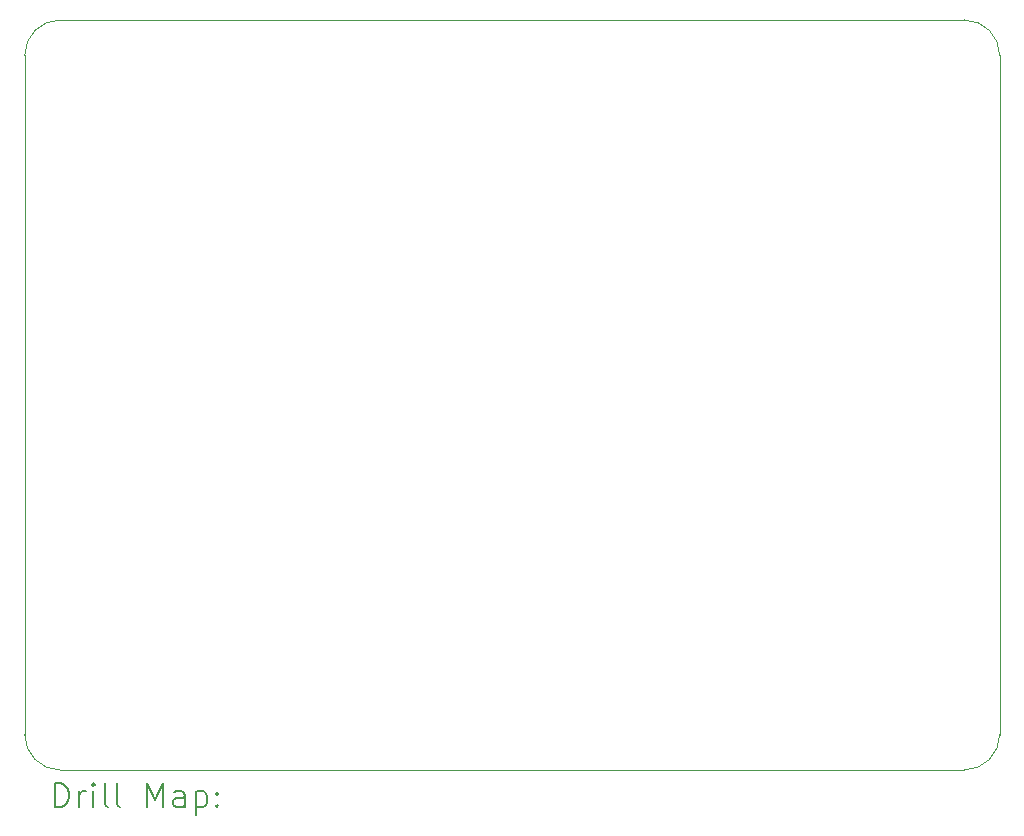
<source format=gbr>
%TF.GenerationSoftware,KiCad,Pcbnew,8.0.4*%
%TF.CreationDate,2024-11-20T17:06:16-05:00*%
%TF.ProjectId,big_hbridge,6269675f-6862-4726-9964-67652e6b6963,rev?*%
%TF.SameCoordinates,Original*%
%TF.FileFunction,Drillmap*%
%TF.FilePolarity,Positive*%
%FSLAX45Y45*%
G04 Gerber Fmt 4.5, Leading zero omitted, Abs format (unit mm)*
G04 Created by KiCad (PCBNEW 8.0.4) date 2024-11-20 17:06:16*
%MOMM*%
%LPD*%
G01*
G04 APERTURE LIST*
%ADD10C,0.050000*%
%ADD11C,0.200000*%
G04 APERTURE END LIST*
D10*
X7955000Y0D02*
G75*
G02*
X8255000Y-300000I0J-300000D01*
G01*
X8255000Y-6050000D02*
G75*
G02*
X7955000Y-6350000I-300000J0D01*
G01*
X0Y-300000D02*
G75*
G02*
X300000Y0I300000J0D01*
G01*
X300000Y-6350000D02*
G75*
G02*
X0Y-6050000I0J300000D01*
G01*
X300000Y0D02*
X7955000Y0D01*
X7955000Y-6350000D02*
X300000Y-6350000D01*
X8255000Y-300000D02*
X8255000Y-6050000D01*
X0Y-6050000D02*
X0Y-300000D01*
D11*
X258277Y-6663984D02*
X258277Y-6463984D01*
X258277Y-6463984D02*
X305896Y-6463984D01*
X305896Y-6463984D02*
X334467Y-6473508D01*
X334467Y-6473508D02*
X353515Y-6492555D01*
X353515Y-6492555D02*
X363039Y-6511603D01*
X363039Y-6511603D02*
X372562Y-6549698D01*
X372562Y-6549698D02*
X372562Y-6578269D01*
X372562Y-6578269D02*
X363039Y-6616365D01*
X363039Y-6616365D02*
X353515Y-6635412D01*
X353515Y-6635412D02*
X334467Y-6654460D01*
X334467Y-6654460D02*
X305896Y-6663984D01*
X305896Y-6663984D02*
X258277Y-6663984D01*
X458277Y-6663984D02*
X458277Y-6530650D01*
X458277Y-6568746D02*
X467801Y-6549698D01*
X467801Y-6549698D02*
X477324Y-6540174D01*
X477324Y-6540174D02*
X496372Y-6530650D01*
X496372Y-6530650D02*
X515420Y-6530650D01*
X582086Y-6663984D02*
X582086Y-6530650D01*
X582086Y-6463984D02*
X572563Y-6473508D01*
X572563Y-6473508D02*
X582086Y-6483031D01*
X582086Y-6483031D02*
X591610Y-6473508D01*
X591610Y-6473508D02*
X582086Y-6463984D01*
X582086Y-6463984D02*
X582086Y-6483031D01*
X705896Y-6663984D02*
X686848Y-6654460D01*
X686848Y-6654460D02*
X677324Y-6635412D01*
X677324Y-6635412D02*
X677324Y-6463984D01*
X810658Y-6663984D02*
X791610Y-6654460D01*
X791610Y-6654460D02*
X782086Y-6635412D01*
X782086Y-6635412D02*
X782086Y-6463984D01*
X1039229Y-6663984D02*
X1039229Y-6463984D01*
X1039229Y-6463984D02*
X1105896Y-6606841D01*
X1105896Y-6606841D02*
X1172563Y-6463984D01*
X1172563Y-6463984D02*
X1172563Y-6663984D01*
X1353515Y-6663984D02*
X1353515Y-6559222D01*
X1353515Y-6559222D02*
X1343991Y-6540174D01*
X1343991Y-6540174D02*
X1324944Y-6530650D01*
X1324944Y-6530650D02*
X1286848Y-6530650D01*
X1286848Y-6530650D02*
X1267801Y-6540174D01*
X1353515Y-6654460D02*
X1334467Y-6663984D01*
X1334467Y-6663984D02*
X1286848Y-6663984D01*
X1286848Y-6663984D02*
X1267801Y-6654460D01*
X1267801Y-6654460D02*
X1258277Y-6635412D01*
X1258277Y-6635412D02*
X1258277Y-6616365D01*
X1258277Y-6616365D02*
X1267801Y-6597317D01*
X1267801Y-6597317D02*
X1286848Y-6587793D01*
X1286848Y-6587793D02*
X1334467Y-6587793D01*
X1334467Y-6587793D02*
X1353515Y-6578269D01*
X1448753Y-6530650D02*
X1448753Y-6730650D01*
X1448753Y-6540174D02*
X1467801Y-6530650D01*
X1467801Y-6530650D02*
X1505896Y-6530650D01*
X1505896Y-6530650D02*
X1524943Y-6540174D01*
X1524943Y-6540174D02*
X1534467Y-6549698D01*
X1534467Y-6549698D02*
X1543991Y-6568746D01*
X1543991Y-6568746D02*
X1543991Y-6625888D01*
X1543991Y-6625888D02*
X1534467Y-6644936D01*
X1534467Y-6644936D02*
X1524943Y-6654460D01*
X1524943Y-6654460D02*
X1505896Y-6663984D01*
X1505896Y-6663984D02*
X1467801Y-6663984D01*
X1467801Y-6663984D02*
X1448753Y-6654460D01*
X1629705Y-6644936D02*
X1639229Y-6654460D01*
X1639229Y-6654460D02*
X1629705Y-6663984D01*
X1629705Y-6663984D02*
X1620182Y-6654460D01*
X1620182Y-6654460D02*
X1629705Y-6644936D01*
X1629705Y-6644936D02*
X1629705Y-6663984D01*
X1629705Y-6540174D02*
X1639229Y-6549698D01*
X1639229Y-6549698D02*
X1629705Y-6559222D01*
X1629705Y-6559222D02*
X1620182Y-6549698D01*
X1620182Y-6549698D02*
X1629705Y-6540174D01*
X1629705Y-6540174D02*
X1629705Y-6559222D01*
M02*

</source>
